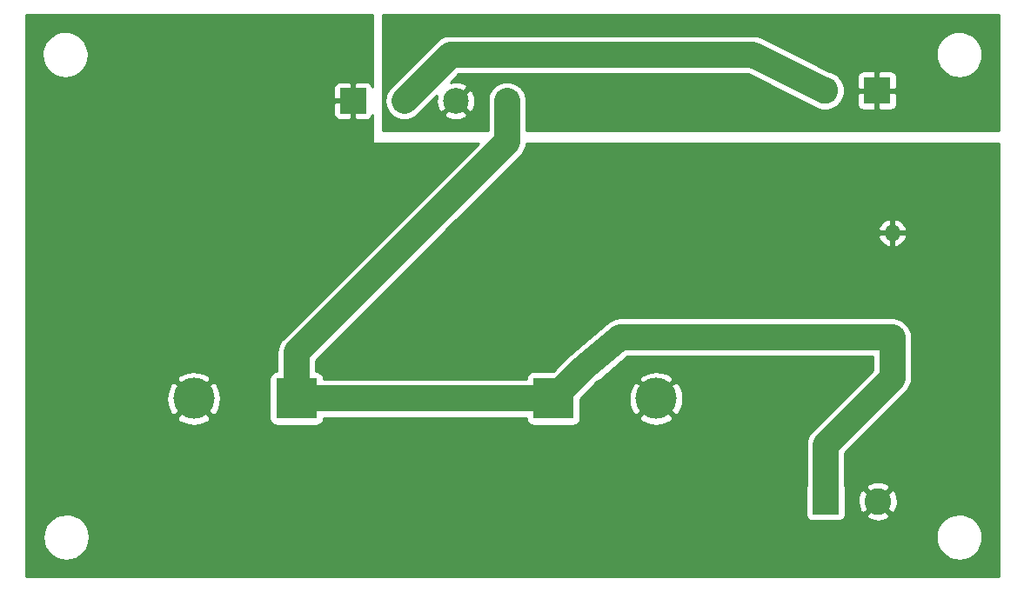
<source format=gtl>
G04 #@! TF.GenerationSoftware,KiCad,Pcbnew,(5.1.0-0)*
G04 #@! TF.CreationDate,2019-06-08T23:36:10+01:00*
G04 #@! TF.ProjectId,PowerStage,506f7765-7253-4746-9167-652e6b696361,1.0*
G04 #@! TF.SameCoordinates,Original*
G04 #@! TF.FileFunction,Copper,L1,Top*
G04 #@! TF.FilePolarity,Positive*
%FSLAX46Y46*%
G04 Gerber Fmt 4.6, Leading zero omitted, Abs format (unit mm)*
G04 Created by KiCad (PCBNEW (5.1.0-0)) date 2019-06-08 23:36:10*
%MOMM*%
%LPD*%
G04 APERTURE LIST*
%ADD10R,2.500000X2.500000*%
%ADD11C,2.500000*%
%ADD12C,2.600000*%
%ADD13R,2.600000X2.600000*%
%ADD14C,1.600000*%
%ADD15O,1.600000X1.600000*%
%ADD16R,4.000000X4.000000*%
%ADD17C,4.000000*%
%ADD18C,0.800000*%
%ADD19C,2.500000*%
%ADD20C,0.254000*%
G04 APERTURE END LIST*
D10*
X122500000Y-39000000D03*
D11*
X127500000Y-39000000D03*
X132500000Y-39000000D03*
X137500000Y-39000000D03*
D12*
X173580000Y-78000000D03*
D13*
X168500000Y-78000000D03*
X173500000Y-38000000D03*
D12*
X168420000Y-38000000D03*
D14*
X175000000Y-62000000D03*
D15*
X175000000Y-51840000D03*
D16*
X117000000Y-68000000D03*
D17*
X107000000Y-68000000D03*
X152000000Y-68000000D03*
D16*
X142000000Y-68000000D03*
D18*
X115500000Y-46500000D03*
X118500000Y-46500000D03*
X121500000Y-46500000D03*
X124500000Y-46500000D03*
X128000000Y-46500000D03*
X126500000Y-48500000D03*
X123000000Y-48500000D03*
X120000000Y-48500000D03*
X117000000Y-48500000D03*
X119500000Y-51000000D03*
X122500000Y-51000000D03*
X158000000Y-51500000D03*
X160500000Y-51500000D03*
X160000000Y-53500000D03*
X162500000Y-53500000D03*
X162000000Y-56000000D03*
X164500000Y-58500000D03*
X164500000Y-56000000D03*
X165000000Y-51500000D03*
X172000000Y-48500000D03*
X175500000Y-48500000D03*
X178500000Y-48500000D03*
X105000000Y-51000000D03*
X102500000Y-52500000D03*
X100000000Y-54000000D03*
X97500000Y-55500000D03*
X95000000Y-57500000D03*
X95000000Y-55000000D03*
X97500000Y-53000000D03*
X100000000Y-51500000D03*
X95000000Y-52500000D03*
X97500000Y-50500000D03*
X130000000Y-77500000D03*
X130000000Y-80000000D03*
X130000000Y-82500000D03*
X132500000Y-82500000D03*
X127000000Y-82500000D03*
X124000000Y-82500000D03*
X135500000Y-82500000D03*
X134000000Y-80000000D03*
X126000000Y-80000000D03*
X162500000Y-79000000D03*
X162500000Y-82000000D03*
X159500000Y-82000000D03*
X142500000Y-50250000D03*
X140250000Y-51500000D03*
X138250000Y-52750000D03*
X136250000Y-54000000D03*
X134500000Y-55250000D03*
X132500000Y-56750000D03*
X132500000Y-54500000D03*
X134000000Y-53250000D03*
X136000000Y-52000000D03*
X137750000Y-50500000D03*
X140000000Y-49250000D03*
X177000000Y-46750000D03*
X173750000Y-47000000D03*
X167750000Y-51500000D03*
X170250000Y-51500000D03*
X170250000Y-53500000D03*
X167750000Y-53500000D03*
X169250000Y-55500000D03*
X126500000Y-31500000D03*
X131500000Y-31500000D03*
X135500000Y-31500000D03*
X139500000Y-31500000D03*
X143500000Y-31500000D03*
X147500000Y-31500000D03*
X151500000Y-31500000D03*
X155500000Y-31500000D03*
X159500000Y-31500000D03*
X163500000Y-31500000D03*
X167500000Y-31500000D03*
X171500000Y-31500000D03*
X175500000Y-31500000D03*
X161500000Y-37500000D03*
X163500000Y-40000000D03*
X143000000Y-38500000D03*
X161000000Y-39500000D03*
D19*
X175000000Y-62000000D02*
X175000000Y-66000000D01*
X168500000Y-72500000D02*
X168500000Y-78000000D01*
X175000000Y-66000000D02*
X168500000Y-72500000D01*
X137000000Y-68000000D02*
X142000000Y-68000000D01*
X117000000Y-68000000D02*
X137000000Y-68000000D01*
X145000000Y-65000000D02*
X142000000Y-68000000D01*
X148500000Y-62000000D02*
X145000000Y-65000000D01*
X175000000Y-62000000D02*
X148500000Y-62000000D01*
X117000000Y-63500000D02*
X137500000Y-43000000D01*
X137500000Y-43000000D02*
X137500000Y-39000000D01*
X117000000Y-68000000D02*
X117000000Y-63500000D01*
X132000000Y-34500000D02*
X127500000Y-39000000D01*
X161420000Y-34500000D02*
X132000000Y-34500000D01*
X168420000Y-38000000D02*
X161420000Y-34500000D01*
D20*
G36*
X185340000Y-41873000D02*
G01*
X139385000Y-41873000D01*
X139385000Y-38814344D01*
X139366845Y-38723071D01*
X139357725Y-38630476D01*
X139330717Y-38541441D01*
X139312561Y-38450166D01*
X139276947Y-38364187D01*
X139249939Y-38275152D01*
X139206080Y-38193097D01*
X139170466Y-38107118D01*
X139118763Y-38029739D01*
X139074903Y-37947683D01*
X139015878Y-37875761D01*
X138964175Y-37798382D01*
X138898370Y-37732577D01*
X138839345Y-37660655D01*
X138767423Y-37601630D01*
X138701618Y-37535825D01*
X138624239Y-37484122D01*
X138552317Y-37425097D01*
X138470261Y-37381237D01*
X138392882Y-37329534D01*
X138306903Y-37293920D01*
X138224848Y-37250061D01*
X138135813Y-37223053D01*
X138049834Y-37187439D01*
X137958559Y-37169283D01*
X137869524Y-37142275D01*
X137776929Y-37133155D01*
X137685656Y-37115000D01*
X137592597Y-37115000D01*
X137500000Y-37105880D01*
X137407403Y-37115000D01*
X137314344Y-37115000D01*
X137223071Y-37133155D01*
X137130477Y-37142275D01*
X137041444Y-37169283D01*
X136950166Y-37187439D01*
X136864184Y-37223054D01*
X136775153Y-37250061D01*
X136693101Y-37293919D01*
X136607118Y-37329534D01*
X136529735Y-37381240D01*
X136447684Y-37425097D01*
X136375766Y-37484119D01*
X136298382Y-37535825D01*
X136232572Y-37601635D01*
X136160656Y-37660655D01*
X136101636Y-37732571D01*
X136035825Y-37798382D01*
X135984118Y-37875767D01*
X135925098Y-37947683D01*
X135881242Y-38029731D01*
X135829534Y-38107118D01*
X135793917Y-38193105D01*
X135750062Y-38275152D01*
X135723056Y-38364178D01*
X135687439Y-38450166D01*
X135669282Y-38541450D01*
X135642276Y-38630476D01*
X135633157Y-38723061D01*
X135615000Y-38814344D01*
X135615000Y-39185656D01*
X135615001Y-39185661D01*
X135615000Y-41873000D01*
X125377000Y-41873000D01*
X125377000Y-39000000D01*
X125605881Y-39000000D01*
X125615000Y-39092589D01*
X125615000Y-39185656D01*
X125633156Y-39276931D01*
X125642275Y-39369524D01*
X125669283Y-39458557D01*
X125687439Y-39549834D01*
X125723055Y-39635820D01*
X125750062Y-39724848D01*
X125793917Y-39806895D01*
X125829534Y-39892882D01*
X125881242Y-39970269D01*
X125925098Y-40052317D01*
X125984119Y-40124234D01*
X126035825Y-40201618D01*
X126101632Y-40267425D01*
X126160655Y-40339345D01*
X126232575Y-40398368D01*
X126298382Y-40464175D01*
X126375766Y-40515881D01*
X126447683Y-40574902D01*
X126529731Y-40618758D01*
X126607118Y-40670466D01*
X126693105Y-40706083D01*
X126775152Y-40749938D01*
X126864180Y-40776945D01*
X126950166Y-40812561D01*
X127041443Y-40830717D01*
X127130476Y-40857725D01*
X127223069Y-40866844D01*
X127314344Y-40885000D01*
X127407411Y-40885000D01*
X127500000Y-40894119D01*
X127592589Y-40885000D01*
X127685656Y-40885000D01*
X127776931Y-40866844D01*
X127869524Y-40857725D01*
X127958557Y-40830717D01*
X128049834Y-40812561D01*
X128135820Y-40776945D01*
X128224848Y-40749938D01*
X128306895Y-40706083D01*
X128392882Y-40670466D01*
X128470269Y-40618758D01*
X128552317Y-40574902D01*
X128624234Y-40515881D01*
X128701618Y-40464175D01*
X128852188Y-40313605D01*
X131366000Y-40313605D01*
X131491914Y-40603577D01*
X131824126Y-40769433D01*
X132182312Y-40867290D01*
X132552706Y-40893389D01*
X132921075Y-40846725D01*
X133273262Y-40729094D01*
X133508086Y-40603577D01*
X133634000Y-40313605D01*
X132500000Y-39179605D01*
X131366000Y-40313605D01*
X128852188Y-40313605D01*
X128964175Y-40201618D01*
X128964177Y-40201615D01*
X130688805Y-38476987D01*
X130632710Y-38682312D01*
X130606611Y-39052706D01*
X130653275Y-39421075D01*
X130770906Y-39773262D01*
X130896423Y-40008086D01*
X131186395Y-40134000D01*
X132320395Y-39000000D01*
X132679605Y-39000000D01*
X133813605Y-40134000D01*
X134103577Y-40008086D01*
X134269433Y-39675874D01*
X134367290Y-39317688D01*
X134393389Y-38947294D01*
X134346725Y-38578925D01*
X134229094Y-38226738D01*
X134103577Y-37991914D01*
X133813605Y-37866000D01*
X132679605Y-39000000D01*
X132320395Y-39000000D01*
X132306253Y-38985858D01*
X132485858Y-38806253D01*
X132500000Y-38820395D01*
X133634000Y-37686395D01*
X133508086Y-37396423D01*
X133175874Y-37230567D01*
X132817688Y-37132710D01*
X132447294Y-37106611D01*
X132078925Y-37153275D01*
X131979214Y-37186579D01*
X132780793Y-36385000D01*
X160975014Y-36385000D01*
X167161979Y-39478483D01*
X167186509Y-39503013D01*
X167503434Y-39714775D01*
X167855581Y-39860639D01*
X168229419Y-39935000D01*
X168610581Y-39935000D01*
X168984419Y-39860639D01*
X169336566Y-39714775D01*
X169653491Y-39503013D01*
X169856504Y-39300000D01*
X171561928Y-39300000D01*
X171574188Y-39424482D01*
X171610498Y-39544180D01*
X171669463Y-39654494D01*
X171748815Y-39751185D01*
X171845506Y-39830537D01*
X171955820Y-39889502D01*
X172075518Y-39925812D01*
X172200000Y-39938072D01*
X173214250Y-39935000D01*
X173373000Y-39776250D01*
X173373000Y-38127000D01*
X173627000Y-38127000D01*
X173627000Y-39776250D01*
X173785750Y-39935000D01*
X174800000Y-39938072D01*
X174924482Y-39925812D01*
X175044180Y-39889502D01*
X175154494Y-39830537D01*
X175251185Y-39751185D01*
X175330537Y-39654494D01*
X175389502Y-39544180D01*
X175425812Y-39424482D01*
X175438072Y-39300000D01*
X175435000Y-38285750D01*
X175276250Y-38127000D01*
X173627000Y-38127000D01*
X173373000Y-38127000D01*
X171723750Y-38127000D01*
X171565000Y-38285750D01*
X171561928Y-39300000D01*
X169856504Y-39300000D01*
X169923013Y-39233491D01*
X170134775Y-38916566D01*
X170280639Y-38564419D01*
X170355000Y-38190581D01*
X170355000Y-37809419D01*
X170280639Y-37435581D01*
X170134775Y-37083434D01*
X169923013Y-36766509D01*
X169856504Y-36700000D01*
X171561928Y-36700000D01*
X171565000Y-37714250D01*
X171723750Y-37873000D01*
X173373000Y-37873000D01*
X173373000Y-36223750D01*
X173627000Y-36223750D01*
X173627000Y-37873000D01*
X175276250Y-37873000D01*
X175435000Y-37714250D01*
X175438072Y-36700000D01*
X175425812Y-36575518D01*
X175389502Y-36455820D01*
X175330537Y-36345506D01*
X175251185Y-36248815D01*
X175154494Y-36169463D01*
X175044180Y-36110498D01*
X174924482Y-36074188D01*
X174800000Y-36061928D01*
X173785750Y-36065000D01*
X173627000Y-36223750D01*
X173373000Y-36223750D01*
X173214250Y-36065000D01*
X172200000Y-36061928D01*
X172075518Y-36074188D01*
X171955820Y-36110498D01*
X171845506Y-36169463D01*
X171748815Y-36248815D01*
X171669463Y-36345506D01*
X171610498Y-36455820D01*
X171574188Y-36575518D01*
X171561928Y-36700000D01*
X169856504Y-36700000D01*
X169653491Y-36496987D01*
X169336566Y-36285225D01*
X168984419Y-36139361D01*
X168866996Y-36116004D01*
X165698655Y-34531834D01*
X179220222Y-34531834D01*
X179269823Y-34974039D01*
X179404371Y-35398188D01*
X179618741Y-35788125D01*
X179904768Y-36128998D01*
X180251556Y-36407823D01*
X180645897Y-36613979D01*
X181072771Y-36739615D01*
X181515917Y-36779944D01*
X181958458Y-36733432D01*
X182383536Y-36601848D01*
X182774960Y-36390206D01*
X183117821Y-36106566D01*
X183399060Y-35761733D01*
X183607965Y-35368840D01*
X183736578Y-34942854D01*
X183780000Y-34500000D01*
X183779111Y-34436339D01*
X183723341Y-33994869D01*
X183582884Y-33572640D01*
X183363090Y-33185734D01*
X183072333Y-32848888D01*
X182721685Y-32574932D01*
X182324504Y-32374302D01*
X181895918Y-32254638D01*
X181452251Y-32220500D01*
X181010403Y-32273187D01*
X180587204Y-32410693D01*
X180198773Y-32627780D01*
X179859905Y-32916179D01*
X179583508Y-33264905D01*
X179380110Y-33660676D01*
X179257457Y-34088416D01*
X179220222Y-34531834D01*
X165698655Y-34531834D01*
X162285959Y-32825487D01*
X162144848Y-32750061D01*
X162031188Y-32715583D01*
X161920287Y-32673145D01*
X161853944Y-32661817D01*
X161789524Y-32642275D01*
X161671325Y-32630633D01*
X161554272Y-32610646D01*
X161394390Y-32615000D01*
X132092588Y-32615000D01*
X131999999Y-32605881D01*
X131907410Y-32615000D01*
X131907403Y-32615000D01*
X131665732Y-32638803D01*
X131630475Y-32642275D01*
X131528711Y-32673145D01*
X131275152Y-32750061D01*
X130947683Y-32925097D01*
X130947681Y-32925098D01*
X130947682Y-32925098D01*
X130732579Y-33101628D01*
X130732577Y-33101630D01*
X130660655Y-33160655D01*
X130601630Y-33232577D01*
X126298385Y-37535823D01*
X126298382Y-37535825D01*
X126035825Y-37798382D01*
X125984119Y-37875766D01*
X125925098Y-37947683D01*
X125881242Y-38029731D01*
X125829534Y-38107118D01*
X125793917Y-38193105D01*
X125750062Y-38275152D01*
X125723055Y-38364180D01*
X125687439Y-38450166D01*
X125669283Y-38541443D01*
X125642275Y-38630476D01*
X125633156Y-38723069D01*
X125615000Y-38814344D01*
X125615000Y-38907411D01*
X125605881Y-39000000D01*
X125377000Y-39000000D01*
X125377000Y-30660000D01*
X185340000Y-30660000D01*
X185340000Y-41873000D01*
X185340000Y-41873000D01*
G37*
X185340000Y-41873000D02*
X139385000Y-41873000D01*
X139385000Y-38814344D01*
X139366845Y-38723071D01*
X139357725Y-38630476D01*
X139330717Y-38541441D01*
X139312561Y-38450166D01*
X139276947Y-38364187D01*
X139249939Y-38275152D01*
X139206080Y-38193097D01*
X139170466Y-38107118D01*
X139118763Y-38029739D01*
X139074903Y-37947683D01*
X139015878Y-37875761D01*
X138964175Y-37798382D01*
X138898370Y-37732577D01*
X138839345Y-37660655D01*
X138767423Y-37601630D01*
X138701618Y-37535825D01*
X138624239Y-37484122D01*
X138552317Y-37425097D01*
X138470261Y-37381237D01*
X138392882Y-37329534D01*
X138306903Y-37293920D01*
X138224848Y-37250061D01*
X138135813Y-37223053D01*
X138049834Y-37187439D01*
X137958559Y-37169283D01*
X137869524Y-37142275D01*
X137776929Y-37133155D01*
X137685656Y-37115000D01*
X137592597Y-37115000D01*
X137500000Y-37105880D01*
X137407403Y-37115000D01*
X137314344Y-37115000D01*
X137223071Y-37133155D01*
X137130477Y-37142275D01*
X137041444Y-37169283D01*
X136950166Y-37187439D01*
X136864184Y-37223054D01*
X136775153Y-37250061D01*
X136693101Y-37293919D01*
X136607118Y-37329534D01*
X136529735Y-37381240D01*
X136447684Y-37425097D01*
X136375766Y-37484119D01*
X136298382Y-37535825D01*
X136232572Y-37601635D01*
X136160656Y-37660655D01*
X136101636Y-37732571D01*
X136035825Y-37798382D01*
X135984118Y-37875767D01*
X135925098Y-37947683D01*
X135881242Y-38029731D01*
X135829534Y-38107118D01*
X135793917Y-38193105D01*
X135750062Y-38275152D01*
X135723056Y-38364178D01*
X135687439Y-38450166D01*
X135669282Y-38541450D01*
X135642276Y-38630476D01*
X135633157Y-38723061D01*
X135615000Y-38814344D01*
X135615000Y-39185656D01*
X135615001Y-39185661D01*
X135615000Y-41873000D01*
X125377000Y-41873000D01*
X125377000Y-39000000D01*
X125605881Y-39000000D01*
X125615000Y-39092589D01*
X125615000Y-39185656D01*
X125633156Y-39276931D01*
X125642275Y-39369524D01*
X125669283Y-39458557D01*
X125687439Y-39549834D01*
X125723055Y-39635820D01*
X125750062Y-39724848D01*
X125793917Y-39806895D01*
X125829534Y-39892882D01*
X125881242Y-39970269D01*
X125925098Y-40052317D01*
X125984119Y-40124234D01*
X126035825Y-40201618D01*
X126101632Y-40267425D01*
X126160655Y-40339345D01*
X126232575Y-40398368D01*
X126298382Y-40464175D01*
X126375766Y-40515881D01*
X126447683Y-40574902D01*
X126529731Y-40618758D01*
X126607118Y-40670466D01*
X126693105Y-40706083D01*
X126775152Y-40749938D01*
X126864180Y-40776945D01*
X126950166Y-40812561D01*
X127041443Y-40830717D01*
X127130476Y-40857725D01*
X127223069Y-40866844D01*
X127314344Y-40885000D01*
X127407411Y-40885000D01*
X127500000Y-40894119D01*
X127592589Y-40885000D01*
X127685656Y-40885000D01*
X127776931Y-40866844D01*
X127869524Y-40857725D01*
X127958557Y-40830717D01*
X128049834Y-40812561D01*
X128135820Y-40776945D01*
X128224848Y-40749938D01*
X128306895Y-40706083D01*
X128392882Y-40670466D01*
X128470269Y-40618758D01*
X128552317Y-40574902D01*
X128624234Y-40515881D01*
X128701618Y-40464175D01*
X128852188Y-40313605D01*
X131366000Y-40313605D01*
X131491914Y-40603577D01*
X131824126Y-40769433D01*
X132182312Y-40867290D01*
X132552706Y-40893389D01*
X132921075Y-40846725D01*
X133273262Y-40729094D01*
X133508086Y-40603577D01*
X133634000Y-40313605D01*
X132500000Y-39179605D01*
X131366000Y-40313605D01*
X128852188Y-40313605D01*
X128964175Y-40201618D01*
X128964177Y-40201615D01*
X130688805Y-38476987D01*
X130632710Y-38682312D01*
X130606611Y-39052706D01*
X130653275Y-39421075D01*
X130770906Y-39773262D01*
X130896423Y-40008086D01*
X131186395Y-40134000D01*
X132320395Y-39000000D01*
X132679605Y-39000000D01*
X133813605Y-40134000D01*
X134103577Y-40008086D01*
X134269433Y-39675874D01*
X134367290Y-39317688D01*
X134393389Y-38947294D01*
X134346725Y-38578925D01*
X134229094Y-38226738D01*
X134103577Y-37991914D01*
X133813605Y-37866000D01*
X132679605Y-39000000D01*
X132320395Y-39000000D01*
X132306253Y-38985858D01*
X132485858Y-38806253D01*
X132500000Y-38820395D01*
X133634000Y-37686395D01*
X133508086Y-37396423D01*
X133175874Y-37230567D01*
X132817688Y-37132710D01*
X132447294Y-37106611D01*
X132078925Y-37153275D01*
X131979214Y-37186579D01*
X132780793Y-36385000D01*
X160975014Y-36385000D01*
X167161979Y-39478483D01*
X167186509Y-39503013D01*
X167503434Y-39714775D01*
X167855581Y-39860639D01*
X168229419Y-39935000D01*
X168610581Y-39935000D01*
X168984419Y-39860639D01*
X169336566Y-39714775D01*
X169653491Y-39503013D01*
X169856504Y-39300000D01*
X171561928Y-39300000D01*
X171574188Y-39424482D01*
X171610498Y-39544180D01*
X171669463Y-39654494D01*
X171748815Y-39751185D01*
X171845506Y-39830537D01*
X171955820Y-39889502D01*
X172075518Y-39925812D01*
X172200000Y-39938072D01*
X173214250Y-39935000D01*
X173373000Y-39776250D01*
X173373000Y-38127000D01*
X173627000Y-38127000D01*
X173627000Y-39776250D01*
X173785750Y-39935000D01*
X174800000Y-39938072D01*
X174924482Y-39925812D01*
X175044180Y-39889502D01*
X175154494Y-39830537D01*
X175251185Y-39751185D01*
X175330537Y-39654494D01*
X175389502Y-39544180D01*
X175425812Y-39424482D01*
X175438072Y-39300000D01*
X175435000Y-38285750D01*
X175276250Y-38127000D01*
X173627000Y-38127000D01*
X173373000Y-38127000D01*
X171723750Y-38127000D01*
X171565000Y-38285750D01*
X171561928Y-39300000D01*
X169856504Y-39300000D01*
X169923013Y-39233491D01*
X170134775Y-38916566D01*
X170280639Y-38564419D01*
X170355000Y-38190581D01*
X170355000Y-37809419D01*
X170280639Y-37435581D01*
X170134775Y-37083434D01*
X169923013Y-36766509D01*
X169856504Y-36700000D01*
X171561928Y-36700000D01*
X171565000Y-37714250D01*
X171723750Y-37873000D01*
X173373000Y-37873000D01*
X173373000Y-36223750D01*
X173627000Y-36223750D01*
X173627000Y-37873000D01*
X175276250Y-37873000D01*
X175435000Y-37714250D01*
X175438072Y-36700000D01*
X175425812Y-36575518D01*
X175389502Y-36455820D01*
X175330537Y-36345506D01*
X175251185Y-36248815D01*
X175154494Y-36169463D01*
X175044180Y-36110498D01*
X174924482Y-36074188D01*
X174800000Y-36061928D01*
X173785750Y-36065000D01*
X173627000Y-36223750D01*
X173373000Y-36223750D01*
X173214250Y-36065000D01*
X172200000Y-36061928D01*
X172075518Y-36074188D01*
X171955820Y-36110498D01*
X171845506Y-36169463D01*
X171748815Y-36248815D01*
X171669463Y-36345506D01*
X171610498Y-36455820D01*
X171574188Y-36575518D01*
X171561928Y-36700000D01*
X169856504Y-36700000D01*
X169653491Y-36496987D01*
X169336566Y-36285225D01*
X168984419Y-36139361D01*
X168866996Y-36116004D01*
X165698655Y-34531834D01*
X179220222Y-34531834D01*
X179269823Y-34974039D01*
X179404371Y-35398188D01*
X179618741Y-35788125D01*
X179904768Y-36128998D01*
X180251556Y-36407823D01*
X180645897Y-36613979D01*
X181072771Y-36739615D01*
X181515917Y-36779944D01*
X181958458Y-36733432D01*
X182383536Y-36601848D01*
X182774960Y-36390206D01*
X183117821Y-36106566D01*
X183399060Y-35761733D01*
X183607965Y-35368840D01*
X183736578Y-34942854D01*
X183780000Y-34500000D01*
X183779111Y-34436339D01*
X183723341Y-33994869D01*
X183582884Y-33572640D01*
X183363090Y-33185734D01*
X183072333Y-32848888D01*
X182721685Y-32574932D01*
X182324504Y-32374302D01*
X181895918Y-32254638D01*
X181452251Y-32220500D01*
X181010403Y-32273187D01*
X180587204Y-32410693D01*
X180198773Y-32627780D01*
X179859905Y-32916179D01*
X179583508Y-33264905D01*
X179380110Y-33660676D01*
X179257457Y-34088416D01*
X179220222Y-34531834D01*
X165698655Y-34531834D01*
X162285959Y-32825487D01*
X162144848Y-32750061D01*
X162031188Y-32715583D01*
X161920287Y-32673145D01*
X161853944Y-32661817D01*
X161789524Y-32642275D01*
X161671325Y-32630633D01*
X161554272Y-32610646D01*
X161394390Y-32615000D01*
X132092588Y-32615000D01*
X131999999Y-32605881D01*
X131907410Y-32615000D01*
X131907403Y-32615000D01*
X131665732Y-32638803D01*
X131630475Y-32642275D01*
X131528711Y-32673145D01*
X131275152Y-32750061D01*
X130947683Y-32925097D01*
X130947681Y-32925098D01*
X130947682Y-32925098D01*
X130732579Y-33101628D01*
X130732577Y-33101630D01*
X130660655Y-33160655D01*
X130601630Y-33232577D01*
X126298385Y-37535823D01*
X126298382Y-37535825D01*
X126035825Y-37798382D01*
X125984119Y-37875766D01*
X125925098Y-37947683D01*
X125881242Y-38029731D01*
X125829534Y-38107118D01*
X125793917Y-38193105D01*
X125750062Y-38275152D01*
X125723055Y-38364180D01*
X125687439Y-38450166D01*
X125669283Y-38541443D01*
X125642275Y-38630476D01*
X125633156Y-38723069D01*
X125615000Y-38814344D01*
X125615000Y-38907411D01*
X125605881Y-39000000D01*
X125377000Y-39000000D01*
X125377000Y-30660000D01*
X185340000Y-30660000D01*
X185340000Y-41873000D01*
G36*
X124373000Y-37616248D02*
G01*
X124339502Y-37505820D01*
X124280537Y-37395506D01*
X124201185Y-37298815D01*
X124104494Y-37219463D01*
X123994180Y-37160498D01*
X123874482Y-37124188D01*
X123750000Y-37111928D01*
X122785750Y-37115000D01*
X122627000Y-37273750D01*
X122627000Y-38873000D01*
X122647000Y-38873000D01*
X122647000Y-39127000D01*
X122627000Y-39127000D01*
X122627000Y-40726250D01*
X122785750Y-40885000D01*
X123750000Y-40888072D01*
X123874482Y-40875812D01*
X123994180Y-40839502D01*
X124104494Y-40780537D01*
X124201185Y-40701185D01*
X124280537Y-40604494D01*
X124339502Y-40494180D01*
X124373000Y-40383752D01*
X124373000Y-43000000D01*
X124375440Y-43024776D01*
X124382667Y-43048601D01*
X124394403Y-43070557D01*
X124410197Y-43089803D01*
X124429443Y-43105597D01*
X124451399Y-43117333D01*
X124475224Y-43124560D01*
X124500000Y-43127000D01*
X134707207Y-43127000D01*
X115732577Y-62101631D01*
X115660656Y-62160655D01*
X115601631Y-62232577D01*
X115601628Y-62232580D01*
X115425098Y-62447683D01*
X115250062Y-62775152D01*
X115142275Y-63130476D01*
X115105881Y-63500000D01*
X115115001Y-63592599D01*
X115115001Y-65361928D01*
X115000000Y-65361928D01*
X114875518Y-65374188D01*
X114755820Y-65410498D01*
X114645506Y-65469463D01*
X114548815Y-65548815D01*
X114469463Y-65645506D01*
X114410498Y-65755820D01*
X114374188Y-65875518D01*
X114361928Y-66000000D01*
X114361928Y-70000000D01*
X114374188Y-70124482D01*
X114410498Y-70244180D01*
X114469463Y-70354494D01*
X114548815Y-70451185D01*
X114645506Y-70530537D01*
X114755820Y-70589502D01*
X114875518Y-70625812D01*
X115000000Y-70638072D01*
X119000000Y-70638072D01*
X119124482Y-70625812D01*
X119244180Y-70589502D01*
X119354494Y-70530537D01*
X119451185Y-70451185D01*
X119530537Y-70354494D01*
X119589502Y-70244180D01*
X119625812Y-70124482D01*
X119638072Y-70000000D01*
X119638072Y-69885000D01*
X139361928Y-69885000D01*
X139361928Y-70000000D01*
X139374188Y-70124482D01*
X139410498Y-70244180D01*
X139469463Y-70354494D01*
X139548815Y-70451185D01*
X139645506Y-70530537D01*
X139755820Y-70589502D01*
X139875518Y-70625812D01*
X140000000Y-70638072D01*
X144000000Y-70638072D01*
X144124482Y-70625812D01*
X144244180Y-70589502D01*
X144354494Y-70530537D01*
X144451185Y-70451185D01*
X144530537Y-70354494D01*
X144589502Y-70244180D01*
X144625812Y-70124482D01*
X144638072Y-70000000D01*
X144638072Y-69847499D01*
X150332106Y-69847499D01*
X150548228Y-70214258D01*
X151008105Y-70454938D01*
X151506098Y-70601275D01*
X152023071Y-70647648D01*
X152539159Y-70592273D01*
X153034526Y-70437279D01*
X153451772Y-70214258D01*
X153667894Y-69847499D01*
X152000000Y-68179605D01*
X150332106Y-69847499D01*
X144638072Y-69847499D01*
X144638072Y-68027720D01*
X144642721Y-68023071D01*
X149352352Y-68023071D01*
X149407727Y-68539159D01*
X149562721Y-69034526D01*
X149785742Y-69451772D01*
X150152501Y-69667894D01*
X151820395Y-68000000D01*
X152179605Y-68000000D01*
X153847499Y-69667894D01*
X154214258Y-69451772D01*
X154454938Y-68991895D01*
X154601275Y-68493902D01*
X154647648Y-67976929D01*
X154592273Y-67460841D01*
X154437279Y-66965474D01*
X154214258Y-66548228D01*
X153847499Y-66332106D01*
X152179605Y-68000000D01*
X151820395Y-68000000D01*
X150152501Y-66332106D01*
X149785742Y-66548228D01*
X149545062Y-67008105D01*
X149398725Y-67506098D01*
X149352352Y-68023071D01*
X144642721Y-68023071D01*
X146281715Y-66384078D01*
X146551888Y-66152501D01*
X150332106Y-66152501D01*
X152000000Y-67820395D01*
X153667894Y-66152501D01*
X153451772Y-65785742D01*
X152991895Y-65545062D01*
X152493902Y-65398725D01*
X151976929Y-65352352D01*
X151460841Y-65407727D01*
X150965474Y-65562721D01*
X150548228Y-65785742D01*
X150332106Y-66152501D01*
X146551888Y-66152501D01*
X149197307Y-63885000D01*
X173115000Y-63885000D01*
X173115001Y-65219206D01*
X167232582Y-71101626D01*
X167160655Y-71160655D01*
X166925097Y-71447683D01*
X166750061Y-71775153D01*
X166642275Y-72130477D01*
X166615000Y-72407404D01*
X166615000Y-72407411D01*
X166605881Y-72500000D01*
X166615000Y-72592589D01*
X166615001Y-76447396D01*
X166610498Y-76455820D01*
X166574188Y-76575518D01*
X166561928Y-76700000D01*
X166561928Y-79300000D01*
X166574188Y-79424482D01*
X166610498Y-79544180D01*
X166669463Y-79654494D01*
X166748815Y-79751185D01*
X166845506Y-79830537D01*
X166955820Y-79889502D01*
X167075518Y-79925812D01*
X167200000Y-79938072D01*
X169800000Y-79938072D01*
X169924482Y-79925812D01*
X170044180Y-79889502D01*
X170154494Y-79830537D01*
X170251185Y-79751185D01*
X170330537Y-79654494D01*
X170389502Y-79544180D01*
X170425812Y-79424482D01*
X170433224Y-79349224D01*
X172410381Y-79349224D01*
X172542317Y-79644312D01*
X172883045Y-79815159D01*
X173250557Y-79916250D01*
X173630729Y-79943701D01*
X174008951Y-79896457D01*
X174370690Y-79776333D01*
X174617683Y-79644312D01*
X174749619Y-79349224D01*
X173580000Y-78179605D01*
X172410381Y-79349224D01*
X170433224Y-79349224D01*
X170438072Y-79300000D01*
X170438072Y-78050729D01*
X171636299Y-78050729D01*
X171683543Y-78428951D01*
X171803667Y-78790690D01*
X171935688Y-79037683D01*
X172230776Y-79169619D01*
X173400395Y-78000000D01*
X173759605Y-78000000D01*
X174929224Y-79169619D01*
X175224312Y-79037683D01*
X175395159Y-78696955D01*
X175496250Y-78329443D01*
X175523701Y-77949271D01*
X175476457Y-77571049D01*
X175356333Y-77209310D01*
X175224312Y-76962317D01*
X174929224Y-76830381D01*
X173759605Y-78000000D01*
X173400395Y-78000000D01*
X172230776Y-76830381D01*
X171935688Y-76962317D01*
X171764841Y-77303045D01*
X171663750Y-77670557D01*
X171636299Y-78050729D01*
X170438072Y-78050729D01*
X170438072Y-76700000D01*
X170433225Y-76650776D01*
X172410381Y-76650776D01*
X173580000Y-77820395D01*
X174749619Y-76650776D01*
X174617683Y-76355688D01*
X174276955Y-76184841D01*
X173909443Y-76083750D01*
X173529271Y-76056299D01*
X173151049Y-76103543D01*
X172789310Y-76223667D01*
X172542317Y-76355688D01*
X172410381Y-76650776D01*
X170433225Y-76650776D01*
X170425812Y-76575518D01*
X170389502Y-76455820D01*
X170385000Y-76447397D01*
X170385000Y-73280792D01*
X176267423Y-67398370D01*
X176339345Y-67339345D01*
X176574903Y-67052317D01*
X176749939Y-66724848D01*
X176857725Y-66369524D01*
X176885000Y-66092597D01*
X176885000Y-66092588D01*
X176894119Y-66000001D01*
X176885000Y-65907414D01*
X176885000Y-62092597D01*
X176894120Y-62000000D01*
X176857725Y-61630476D01*
X176749939Y-61275152D01*
X176574903Y-60947683D01*
X176339345Y-60660655D01*
X176052317Y-60425097D01*
X175724848Y-60250061D01*
X175369524Y-60142275D01*
X175092597Y-60115000D01*
X175000000Y-60105880D01*
X174907403Y-60115000D01*
X148665300Y-60115000D01*
X148645272Y-60111460D01*
X148479888Y-60115000D01*
X148407403Y-60115000D01*
X148387276Y-60116982D01*
X148274045Y-60119406D01*
X148202947Y-60135137D01*
X148130476Y-60142275D01*
X148022086Y-60175155D01*
X147911500Y-60199623D01*
X147844839Y-60228922D01*
X147775152Y-60250061D01*
X147675256Y-60303456D01*
X147571571Y-60349028D01*
X147511906Y-60390769D01*
X147447683Y-60425097D01*
X147360128Y-60496951D01*
X147343562Y-60508541D01*
X147288549Y-60555695D01*
X147160655Y-60660655D01*
X147147750Y-60676380D01*
X143788581Y-63555669D01*
X143732579Y-63601628D01*
X143718284Y-63615923D01*
X143702954Y-63629063D01*
X143652901Y-63681306D01*
X141972280Y-65361928D01*
X140000000Y-65361928D01*
X139875518Y-65374188D01*
X139755820Y-65410498D01*
X139645506Y-65469463D01*
X139548815Y-65548815D01*
X139469463Y-65645506D01*
X139410498Y-65755820D01*
X139374188Y-65875518D01*
X139361928Y-66000000D01*
X139361928Y-66115000D01*
X119638072Y-66115000D01*
X119638072Y-66000000D01*
X119625812Y-65875518D01*
X119589502Y-65755820D01*
X119530537Y-65645506D01*
X119451185Y-65548815D01*
X119354494Y-65469463D01*
X119244180Y-65410498D01*
X119124482Y-65374188D01*
X119000000Y-65361928D01*
X118885000Y-65361928D01*
X118885000Y-64280792D01*
X130976752Y-52189040D01*
X173608091Y-52189040D01*
X173702930Y-52453881D01*
X173847615Y-52695131D01*
X174036586Y-52903519D01*
X174262580Y-53071037D01*
X174516913Y-53191246D01*
X174650961Y-53231904D01*
X174873000Y-53109915D01*
X174873000Y-51967000D01*
X175127000Y-51967000D01*
X175127000Y-53109915D01*
X175349039Y-53231904D01*
X175483087Y-53191246D01*
X175737420Y-53071037D01*
X175963414Y-52903519D01*
X176152385Y-52695131D01*
X176297070Y-52453881D01*
X176391909Y-52189040D01*
X176270624Y-51967000D01*
X175127000Y-51967000D01*
X174873000Y-51967000D01*
X173729376Y-51967000D01*
X173608091Y-52189040D01*
X130976752Y-52189040D01*
X131674832Y-51490960D01*
X173608091Y-51490960D01*
X173729376Y-51713000D01*
X174873000Y-51713000D01*
X174873000Y-50570085D01*
X175127000Y-50570085D01*
X175127000Y-51713000D01*
X176270624Y-51713000D01*
X176391909Y-51490960D01*
X176297070Y-51226119D01*
X176152385Y-50984869D01*
X175963414Y-50776481D01*
X175737420Y-50608963D01*
X175483087Y-50488754D01*
X175349039Y-50448096D01*
X175127000Y-50570085D01*
X174873000Y-50570085D01*
X174650961Y-50448096D01*
X174516913Y-50488754D01*
X174262580Y-50608963D01*
X174036586Y-50776481D01*
X173847615Y-50984869D01*
X173702930Y-51226119D01*
X173608091Y-51490960D01*
X131674832Y-51490960D01*
X138767423Y-44398370D01*
X138839345Y-44339345D01*
X139074903Y-44052317D01*
X139249939Y-43724848D01*
X139357725Y-43369524D01*
X139381612Y-43127000D01*
X185340000Y-43127000D01*
X185340001Y-85340000D01*
X90660000Y-85340000D01*
X90660000Y-81531834D01*
X92320222Y-81531834D01*
X92369823Y-81974039D01*
X92504371Y-82398188D01*
X92718741Y-82788125D01*
X93004768Y-83128998D01*
X93351556Y-83407823D01*
X93745897Y-83613979D01*
X94172771Y-83739615D01*
X94615917Y-83779944D01*
X95058458Y-83733432D01*
X95483536Y-83601848D01*
X95874960Y-83390206D01*
X96217821Y-83106566D01*
X96499060Y-82761733D01*
X96707965Y-82368840D01*
X96836578Y-81942854D01*
X96876878Y-81531834D01*
X179220222Y-81531834D01*
X179269823Y-81974039D01*
X179404371Y-82398188D01*
X179618741Y-82788125D01*
X179904768Y-83128998D01*
X180251556Y-83407823D01*
X180645897Y-83613979D01*
X181072771Y-83739615D01*
X181515917Y-83779944D01*
X181958458Y-83733432D01*
X182383536Y-83601848D01*
X182774960Y-83390206D01*
X183117821Y-83106566D01*
X183399060Y-82761733D01*
X183607965Y-82368840D01*
X183736578Y-81942854D01*
X183780000Y-81500000D01*
X183779111Y-81436339D01*
X183723341Y-80994869D01*
X183582884Y-80572640D01*
X183363090Y-80185734D01*
X183072333Y-79848888D01*
X182721685Y-79574932D01*
X182324504Y-79374302D01*
X181895918Y-79254638D01*
X181452251Y-79220500D01*
X181010403Y-79273187D01*
X180587204Y-79410693D01*
X180198773Y-79627780D01*
X179859905Y-79916179D01*
X179583508Y-80264905D01*
X179380110Y-80660676D01*
X179257457Y-81088416D01*
X179220222Y-81531834D01*
X96876878Y-81531834D01*
X96880000Y-81500000D01*
X96879111Y-81436339D01*
X96823341Y-80994869D01*
X96682884Y-80572640D01*
X96463090Y-80185734D01*
X96172333Y-79848888D01*
X95821685Y-79574932D01*
X95424504Y-79374302D01*
X94995918Y-79254638D01*
X94552251Y-79220500D01*
X94110403Y-79273187D01*
X93687204Y-79410693D01*
X93298773Y-79627780D01*
X92959905Y-79916179D01*
X92683508Y-80264905D01*
X92480110Y-80660676D01*
X92357457Y-81088416D01*
X92320222Y-81531834D01*
X90660000Y-81531834D01*
X90660000Y-69847499D01*
X105332106Y-69847499D01*
X105548228Y-70214258D01*
X106008105Y-70454938D01*
X106506098Y-70601275D01*
X107023071Y-70647648D01*
X107539159Y-70592273D01*
X108034526Y-70437279D01*
X108451772Y-70214258D01*
X108667894Y-69847499D01*
X107000000Y-68179605D01*
X105332106Y-69847499D01*
X90660000Y-69847499D01*
X90660000Y-68023071D01*
X104352352Y-68023071D01*
X104407727Y-68539159D01*
X104562721Y-69034526D01*
X104785742Y-69451772D01*
X105152501Y-69667894D01*
X106820395Y-68000000D01*
X107179605Y-68000000D01*
X108847499Y-69667894D01*
X109214258Y-69451772D01*
X109454938Y-68991895D01*
X109601275Y-68493902D01*
X109647648Y-67976929D01*
X109592273Y-67460841D01*
X109437279Y-66965474D01*
X109214258Y-66548228D01*
X108847499Y-66332106D01*
X107179605Y-68000000D01*
X106820395Y-68000000D01*
X105152501Y-66332106D01*
X104785742Y-66548228D01*
X104545062Y-67008105D01*
X104398725Y-67506098D01*
X104352352Y-68023071D01*
X90660000Y-68023071D01*
X90660000Y-66152501D01*
X105332106Y-66152501D01*
X107000000Y-67820395D01*
X108667894Y-66152501D01*
X108451772Y-65785742D01*
X107991895Y-65545062D01*
X107493902Y-65398725D01*
X106976929Y-65352352D01*
X106460841Y-65407727D01*
X105965474Y-65562721D01*
X105548228Y-65785742D01*
X105332106Y-66152501D01*
X90660000Y-66152501D01*
X90660000Y-40250000D01*
X120611928Y-40250000D01*
X120624188Y-40374482D01*
X120660498Y-40494180D01*
X120719463Y-40604494D01*
X120798815Y-40701185D01*
X120895506Y-40780537D01*
X121005820Y-40839502D01*
X121125518Y-40875812D01*
X121250000Y-40888072D01*
X122214250Y-40885000D01*
X122373000Y-40726250D01*
X122373000Y-39127000D01*
X120773750Y-39127000D01*
X120615000Y-39285750D01*
X120611928Y-40250000D01*
X90660000Y-40250000D01*
X90660000Y-37750000D01*
X120611928Y-37750000D01*
X120615000Y-38714250D01*
X120773750Y-38873000D01*
X122373000Y-38873000D01*
X122373000Y-37273750D01*
X122214250Y-37115000D01*
X121250000Y-37111928D01*
X121125518Y-37124188D01*
X121005820Y-37160498D01*
X120895506Y-37219463D01*
X120798815Y-37298815D01*
X120719463Y-37395506D01*
X120660498Y-37505820D01*
X120624188Y-37625518D01*
X120611928Y-37750000D01*
X90660000Y-37750000D01*
X90660000Y-34531834D01*
X92220222Y-34531834D01*
X92269823Y-34974039D01*
X92404371Y-35398188D01*
X92618741Y-35788125D01*
X92904768Y-36128998D01*
X93251556Y-36407823D01*
X93645897Y-36613979D01*
X94072771Y-36739615D01*
X94515917Y-36779944D01*
X94958458Y-36733432D01*
X95383536Y-36601848D01*
X95774960Y-36390206D01*
X96117821Y-36106566D01*
X96399060Y-35761733D01*
X96607965Y-35368840D01*
X96736578Y-34942854D01*
X96780000Y-34500000D01*
X96779111Y-34436339D01*
X96723341Y-33994869D01*
X96582884Y-33572640D01*
X96363090Y-33185734D01*
X96072333Y-32848888D01*
X95721685Y-32574932D01*
X95324504Y-32374302D01*
X94895918Y-32254638D01*
X94452251Y-32220500D01*
X94010403Y-32273187D01*
X93587204Y-32410693D01*
X93198773Y-32627780D01*
X92859905Y-32916179D01*
X92583508Y-33264905D01*
X92380110Y-33660676D01*
X92257457Y-34088416D01*
X92220222Y-34531834D01*
X90660000Y-34531834D01*
X90660000Y-30660000D01*
X124373000Y-30660000D01*
X124373000Y-37616248D01*
X124373000Y-37616248D01*
G37*
X124373000Y-37616248D02*
X124339502Y-37505820D01*
X124280537Y-37395506D01*
X124201185Y-37298815D01*
X124104494Y-37219463D01*
X123994180Y-37160498D01*
X123874482Y-37124188D01*
X123750000Y-37111928D01*
X122785750Y-37115000D01*
X122627000Y-37273750D01*
X122627000Y-38873000D01*
X122647000Y-38873000D01*
X122647000Y-39127000D01*
X122627000Y-39127000D01*
X122627000Y-40726250D01*
X122785750Y-40885000D01*
X123750000Y-40888072D01*
X123874482Y-40875812D01*
X123994180Y-40839502D01*
X124104494Y-40780537D01*
X124201185Y-40701185D01*
X124280537Y-40604494D01*
X124339502Y-40494180D01*
X124373000Y-40383752D01*
X124373000Y-43000000D01*
X124375440Y-43024776D01*
X124382667Y-43048601D01*
X124394403Y-43070557D01*
X124410197Y-43089803D01*
X124429443Y-43105597D01*
X124451399Y-43117333D01*
X124475224Y-43124560D01*
X124500000Y-43127000D01*
X134707207Y-43127000D01*
X115732577Y-62101631D01*
X115660656Y-62160655D01*
X115601631Y-62232577D01*
X115601628Y-62232580D01*
X115425098Y-62447683D01*
X115250062Y-62775152D01*
X115142275Y-63130476D01*
X115105881Y-63500000D01*
X115115001Y-63592599D01*
X115115001Y-65361928D01*
X115000000Y-65361928D01*
X114875518Y-65374188D01*
X114755820Y-65410498D01*
X114645506Y-65469463D01*
X114548815Y-65548815D01*
X114469463Y-65645506D01*
X114410498Y-65755820D01*
X114374188Y-65875518D01*
X114361928Y-66000000D01*
X114361928Y-70000000D01*
X114374188Y-70124482D01*
X114410498Y-70244180D01*
X114469463Y-70354494D01*
X114548815Y-70451185D01*
X114645506Y-70530537D01*
X114755820Y-70589502D01*
X114875518Y-70625812D01*
X115000000Y-70638072D01*
X119000000Y-70638072D01*
X119124482Y-70625812D01*
X119244180Y-70589502D01*
X119354494Y-70530537D01*
X119451185Y-70451185D01*
X119530537Y-70354494D01*
X119589502Y-70244180D01*
X119625812Y-70124482D01*
X119638072Y-70000000D01*
X119638072Y-69885000D01*
X139361928Y-69885000D01*
X139361928Y-70000000D01*
X139374188Y-70124482D01*
X139410498Y-70244180D01*
X139469463Y-70354494D01*
X139548815Y-70451185D01*
X139645506Y-70530537D01*
X139755820Y-70589502D01*
X139875518Y-70625812D01*
X140000000Y-70638072D01*
X144000000Y-70638072D01*
X144124482Y-70625812D01*
X144244180Y-70589502D01*
X144354494Y-70530537D01*
X144451185Y-70451185D01*
X144530537Y-70354494D01*
X144589502Y-70244180D01*
X144625812Y-70124482D01*
X144638072Y-70000000D01*
X144638072Y-69847499D01*
X150332106Y-69847499D01*
X150548228Y-70214258D01*
X151008105Y-70454938D01*
X151506098Y-70601275D01*
X152023071Y-70647648D01*
X152539159Y-70592273D01*
X153034526Y-70437279D01*
X153451772Y-70214258D01*
X153667894Y-69847499D01*
X152000000Y-68179605D01*
X150332106Y-69847499D01*
X144638072Y-69847499D01*
X144638072Y-68027720D01*
X144642721Y-68023071D01*
X149352352Y-68023071D01*
X149407727Y-68539159D01*
X149562721Y-69034526D01*
X149785742Y-69451772D01*
X150152501Y-69667894D01*
X151820395Y-68000000D01*
X152179605Y-68000000D01*
X153847499Y-69667894D01*
X154214258Y-69451772D01*
X154454938Y-68991895D01*
X154601275Y-68493902D01*
X154647648Y-67976929D01*
X154592273Y-67460841D01*
X154437279Y-66965474D01*
X154214258Y-66548228D01*
X153847499Y-66332106D01*
X152179605Y-68000000D01*
X151820395Y-68000000D01*
X150152501Y-66332106D01*
X149785742Y-66548228D01*
X149545062Y-67008105D01*
X149398725Y-67506098D01*
X149352352Y-68023071D01*
X144642721Y-68023071D01*
X146281715Y-66384078D01*
X146551888Y-66152501D01*
X150332106Y-66152501D01*
X152000000Y-67820395D01*
X153667894Y-66152501D01*
X153451772Y-65785742D01*
X152991895Y-65545062D01*
X152493902Y-65398725D01*
X151976929Y-65352352D01*
X151460841Y-65407727D01*
X150965474Y-65562721D01*
X150548228Y-65785742D01*
X150332106Y-66152501D01*
X146551888Y-66152501D01*
X149197307Y-63885000D01*
X173115000Y-63885000D01*
X173115001Y-65219206D01*
X167232582Y-71101626D01*
X167160655Y-71160655D01*
X166925097Y-71447683D01*
X166750061Y-71775153D01*
X166642275Y-72130477D01*
X166615000Y-72407404D01*
X166615000Y-72407411D01*
X166605881Y-72500000D01*
X166615000Y-72592589D01*
X166615001Y-76447396D01*
X166610498Y-76455820D01*
X166574188Y-76575518D01*
X166561928Y-76700000D01*
X166561928Y-79300000D01*
X166574188Y-79424482D01*
X166610498Y-79544180D01*
X166669463Y-79654494D01*
X166748815Y-79751185D01*
X166845506Y-79830537D01*
X166955820Y-79889502D01*
X167075518Y-79925812D01*
X167200000Y-79938072D01*
X169800000Y-79938072D01*
X169924482Y-79925812D01*
X170044180Y-79889502D01*
X170154494Y-79830537D01*
X170251185Y-79751185D01*
X170330537Y-79654494D01*
X170389502Y-79544180D01*
X170425812Y-79424482D01*
X170433224Y-79349224D01*
X172410381Y-79349224D01*
X172542317Y-79644312D01*
X172883045Y-79815159D01*
X173250557Y-79916250D01*
X173630729Y-79943701D01*
X174008951Y-79896457D01*
X174370690Y-79776333D01*
X174617683Y-79644312D01*
X174749619Y-79349224D01*
X173580000Y-78179605D01*
X172410381Y-79349224D01*
X170433224Y-79349224D01*
X170438072Y-79300000D01*
X170438072Y-78050729D01*
X171636299Y-78050729D01*
X171683543Y-78428951D01*
X171803667Y-78790690D01*
X171935688Y-79037683D01*
X172230776Y-79169619D01*
X173400395Y-78000000D01*
X173759605Y-78000000D01*
X174929224Y-79169619D01*
X175224312Y-79037683D01*
X175395159Y-78696955D01*
X175496250Y-78329443D01*
X175523701Y-77949271D01*
X175476457Y-77571049D01*
X175356333Y-77209310D01*
X175224312Y-76962317D01*
X174929224Y-76830381D01*
X173759605Y-78000000D01*
X173400395Y-78000000D01*
X172230776Y-76830381D01*
X171935688Y-76962317D01*
X171764841Y-77303045D01*
X171663750Y-77670557D01*
X171636299Y-78050729D01*
X170438072Y-78050729D01*
X170438072Y-76700000D01*
X170433225Y-76650776D01*
X172410381Y-76650776D01*
X173580000Y-77820395D01*
X174749619Y-76650776D01*
X174617683Y-76355688D01*
X174276955Y-76184841D01*
X173909443Y-76083750D01*
X173529271Y-76056299D01*
X173151049Y-76103543D01*
X172789310Y-76223667D01*
X172542317Y-76355688D01*
X172410381Y-76650776D01*
X170433225Y-76650776D01*
X170425812Y-76575518D01*
X170389502Y-76455820D01*
X170385000Y-76447397D01*
X170385000Y-73280792D01*
X176267423Y-67398370D01*
X176339345Y-67339345D01*
X176574903Y-67052317D01*
X176749939Y-66724848D01*
X176857725Y-66369524D01*
X176885000Y-66092597D01*
X176885000Y-66092588D01*
X176894119Y-66000001D01*
X176885000Y-65907414D01*
X176885000Y-62092597D01*
X176894120Y-62000000D01*
X176857725Y-61630476D01*
X176749939Y-61275152D01*
X176574903Y-60947683D01*
X176339345Y-60660655D01*
X176052317Y-60425097D01*
X175724848Y-60250061D01*
X175369524Y-60142275D01*
X175092597Y-60115000D01*
X175000000Y-60105880D01*
X174907403Y-60115000D01*
X148665300Y-60115000D01*
X148645272Y-60111460D01*
X148479888Y-60115000D01*
X148407403Y-60115000D01*
X148387276Y-60116982D01*
X148274045Y-60119406D01*
X148202947Y-60135137D01*
X148130476Y-60142275D01*
X148022086Y-60175155D01*
X147911500Y-60199623D01*
X147844839Y-60228922D01*
X147775152Y-60250061D01*
X147675256Y-60303456D01*
X147571571Y-60349028D01*
X147511906Y-60390769D01*
X147447683Y-60425097D01*
X147360128Y-60496951D01*
X147343562Y-60508541D01*
X147288549Y-60555695D01*
X147160655Y-60660655D01*
X147147750Y-60676380D01*
X143788581Y-63555669D01*
X143732579Y-63601628D01*
X143718284Y-63615923D01*
X143702954Y-63629063D01*
X143652901Y-63681306D01*
X141972280Y-65361928D01*
X140000000Y-65361928D01*
X139875518Y-65374188D01*
X139755820Y-65410498D01*
X139645506Y-65469463D01*
X139548815Y-65548815D01*
X139469463Y-65645506D01*
X139410498Y-65755820D01*
X139374188Y-65875518D01*
X139361928Y-66000000D01*
X139361928Y-66115000D01*
X119638072Y-66115000D01*
X119638072Y-66000000D01*
X119625812Y-65875518D01*
X119589502Y-65755820D01*
X119530537Y-65645506D01*
X119451185Y-65548815D01*
X119354494Y-65469463D01*
X119244180Y-65410498D01*
X119124482Y-65374188D01*
X119000000Y-65361928D01*
X118885000Y-65361928D01*
X118885000Y-64280792D01*
X130976752Y-52189040D01*
X173608091Y-52189040D01*
X173702930Y-52453881D01*
X173847615Y-52695131D01*
X174036586Y-52903519D01*
X174262580Y-53071037D01*
X174516913Y-53191246D01*
X174650961Y-53231904D01*
X174873000Y-53109915D01*
X174873000Y-51967000D01*
X175127000Y-51967000D01*
X175127000Y-53109915D01*
X175349039Y-53231904D01*
X175483087Y-53191246D01*
X175737420Y-53071037D01*
X175963414Y-52903519D01*
X176152385Y-52695131D01*
X176297070Y-52453881D01*
X176391909Y-52189040D01*
X176270624Y-51967000D01*
X175127000Y-51967000D01*
X174873000Y-51967000D01*
X173729376Y-51967000D01*
X173608091Y-52189040D01*
X130976752Y-52189040D01*
X131674832Y-51490960D01*
X173608091Y-51490960D01*
X173729376Y-51713000D01*
X174873000Y-51713000D01*
X174873000Y-50570085D01*
X175127000Y-50570085D01*
X175127000Y-51713000D01*
X176270624Y-51713000D01*
X176391909Y-51490960D01*
X176297070Y-51226119D01*
X176152385Y-50984869D01*
X175963414Y-50776481D01*
X175737420Y-50608963D01*
X175483087Y-50488754D01*
X175349039Y-50448096D01*
X175127000Y-50570085D01*
X174873000Y-50570085D01*
X174650961Y-50448096D01*
X174516913Y-50488754D01*
X174262580Y-50608963D01*
X174036586Y-50776481D01*
X173847615Y-50984869D01*
X173702930Y-51226119D01*
X173608091Y-51490960D01*
X131674832Y-51490960D01*
X138767423Y-44398370D01*
X138839345Y-44339345D01*
X139074903Y-44052317D01*
X139249939Y-43724848D01*
X139357725Y-43369524D01*
X139381612Y-43127000D01*
X185340000Y-43127000D01*
X185340001Y-85340000D01*
X90660000Y-85340000D01*
X90660000Y-81531834D01*
X92320222Y-81531834D01*
X92369823Y-81974039D01*
X92504371Y-82398188D01*
X92718741Y-82788125D01*
X93004768Y-83128998D01*
X93351556Y-83407823D01*
X93745897Y-83613979D01*
X94172771Y-83739615D01*
X94615917Y-83779944D01*
X95058458Y-83733432D01*
X95483536Y-83601848D01*
X95874960Y-83390206D01*
X96217821Y-83106566D01*
X96499060Y-82761733D01*
X96707965Y-82368840D01*
X96836578Y-81942854D01*
X96876878Y-81531834D01*
X179220222Y-81531834D01*
X179269823Y-81974039D01*
X179404371Y-82398188D01*
X179618741Y-82788125D01*
X179904768Y-83128998D01*
X180251556Y-83407823D01*
X180645897Y-83613979D01*
X181072771Y-83739615D01*
X181515917Y-83779944D01*
X181958458Y-83733432D01*
X182383536Y-83601848D01*
X182774960Y-83390206D01*
X183117821Y-83106566D01*
X183399060Y-82761733D01*
X183607965Y-82368840D01*
X183736578Y-81942854D01*
X183780000Y-81500000D01*
X183779111Y-81436339D01*
X183723341Y-80994869D01*
X183582884Y-80572640D01*
X183363090Y-80185734D01*
X183072333Y-79848888D01*
X182721685Y-79574932D01*
X182324504Y-79374302D01*
X181895918Y-79254638D01*
X181452251Y-79220500D01*
X181010403Y-79273187D01*
X180587204Y-79410693D01*
X180198773Y-79627780D01*
X179859905Y-79916179D01*
X179583508Y-80264905D01*
X179380110Y-80660676D01*
X179257457Y-81088416D01*
X179220222Y-81531834D01*
X96876878Y-81531834D01*
X96880000Y-81500000D01*
X96879111Y-81436339D01*
X96823341Y-80994869D01*
X96682884Y-80572640D01*
X96463090Y-80185734D01*
X96172333Y-79848888D01*
X95821685Y-79574932D01*
X95424504Y-79374302D01*
X94995918Y-79254638D01*
X94552251Y-79220500D01*
X94110403Y-79273187D01*
X93687204Y-79410693D01*
X93298773Y-79627780D01*
X92959905Y-79916179D01*
X92683508Y-80264905D01*
X92480110Y-80660676D01*
X92357457Y-81088416D01*
X92320222Y-81531834D01*
X90660000Y-81531834D01*
X90660000Y-69847499D01*
X105332106Y-69847499D01*
X105548228Y-70214258D01*
X106008105Y-70454938D01*
X106506098Y-70601275D01*
X107023071Y-70647648D01*
X107539159Y-70592273D01*
X108034526Y-70437279D01*
X108451772Y-70214258D01*
X108667894Y-69847499D01*
X107000000Y-68179605D01*
X105332106Y-69847499D01*
X90660000Y-69847499D01*
X90660000Y-68023071D01*
X104352352Y-68023071D01*
X104407727Y-68539159D01*
X104562721Y-69034526D01*
X104785742Y-69451772D01*
X105152501Y-69667894D01*
X106820395Y-68000000D01*
X107179605Y-68000000D01*
X108847499Y-69667894D01*
X109214258Y-69451772D01*
X109454938Y-68991895D01*
X109601275Y-68493902D01*
X109647648Y-67976929D01*
X109592273Y-67460841D01*
X109437279Y-66965474D01*
X109214258Y-66548228D01*
X108847499Y-66332106D01*
X107179605Y-68000000D01*
X106820395Y-68000000D01*
X105152501Y-66332106D01*
X104785742Y-66548228D01*
X104545062Y-67008105D01*
X104398725Y-67506098D01*
X104352352Y-68023071D01*
X90660000Y-68023071D01*
X90660000Y-66152501D01*
X105332106Y-66152501D01*
X107000000Y-67820395D01*
X108667894Y-66152501D01*
X108451772Y-65785742D01*
X107991895Y-65545062D01*
X107493902Y-65398725D01*
X106976929Y-65352352D01*
X106460841Y-65407727D01*
X105965474Y-65562721D01*
X105548228Y-65785742D01*
X105332106Y-66152501D01*
X90660000Y-66152501D01*
X90660000Y-40250000D01*
X120611928Y-40250000D01*
X120624188Y-40374482D01*
X120660498Y-40494180D01*
X120719463Y-40604494D01*
X120798815Y-40701185D01*
X120895506Y-40780537D01*
X121005820Y-40839502D01*
X121125518Y-40875812D01*
X121250000Y-40888072D01*
X122214250Y-40885000D01*
X122373000Y-40726250D01*
X122373000Y-39127000D01*
X120773750Y-39127000D01*
X120615000Y-39285750D01*
X120611928Y-40250000D01*
X90660000Y-40250000D01*
X90660000Y-37750000D01*
X120611928Y-37750000D01*
X120615000Y-38714250D01*
X120773750Y-38873000D01*
X122373000Y-38873000D01*
X122373000Y-37273750D01*
X122214250Y-37115000D01*
X121250000Y-37111928D01*
X121125518Y-37124188D01*
X121005820Y-37160498D01*
X120895506Y-37219463D01*
X120798815Y-37298815D01*
X120719463Y-37395506D01*
X120660498Y-37505820D01*
X120624188Y-37625518D01*
X120611928Y-37750000D01*
X90660000Y-37750000D01*
X90660000Y-34531834D01*
X92220222Y-34531834D01*
X92269823Y-34974039D01*
X92404371Y-35398188D01*
X92618741Y-35788125D01*
X92904768Y-36128998D01*
X93251556Y-36407823D01*
X93645897Y-36613979D01*
X94072771Y-36739615D01*
X94515917Y-36779944D01*
X94958458Y-36733432D01*
X95383536Y-36601848D01*
X95774960Y-36390206D01*
X96117821Y-36106566D01*
X96399060Y-35761733D01*
X96607965Y-35368840D01*
X96736578Y-34942854D01*
X96780000Y-34500000D01*
X96779111Y-34436339D01*
X96723341Y-33994869D01*
X96582884Y-33572640D01*
X96363090Y-33185734D01*
X96072333Y-32848888D01*
X95721685Y-32574932D01*
X95324504Y-32374302D01*
X94895918Y-32254638D01*
X94452251Y-32220500D01*
X94010403Y-32273187D01*
X93587204Y-32410693D01*
X93198773Y-32627780D01*
X92859905Y-32916179D01*
X92583508Y-33264905D01*
X92380110Y-33660676D01*
X92257457Y-34088416D01*
X92220222Y-34531834D01*
X90660000Y-34531834D01*
X90660000Y-30660000D01*
X124373000Y-30660000D01*
X124373000Y-37616248D01*
M02*

</source>
